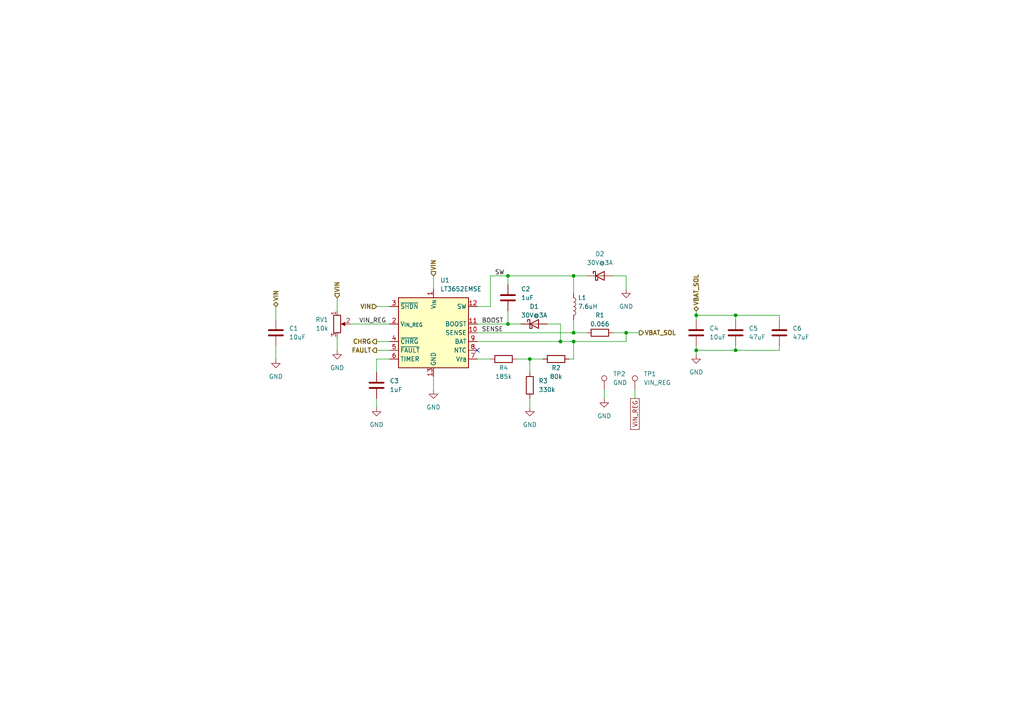
<source format=kicad_sch>
(kicad_sch (version 20230121) (generator eeschema)
  (paper "A4")
  (title_block (title "Solar Power Supply") (date "2023-09-19") (rev "1.2.0"))
  (lib_symbols
    (symbol "Battery_Management:LT3652EMSE"
      (property "Reference" "U" (at -8.382 11.43 0))
      (property "Value" "LT3652EMSE" (at 1.778 11.684 0))
      (symbol "LT3652EMSE_0_1"
        (rectangle (start -10.16 10.16) (end 10.16 -10.16) (stroke (width 0.254)) (fill (type background)))
      )
      (symbol "LT3652EMSE_1_1"
        (pin power_in line (at 0 12.7 270) (length 2.54) (name "V_{IN}") (number "1"))
        (pin input line (at 12.7 0 180) (length 2.54) (name "SENSE") (number "10"))
        (pin input line (at 12.7 2.54 180) (length 2.54) (name "BOOST") (number "11"))
        (pin output line (at 12.7 7.62 180) (length 2.54) (name "SW") (number "12"))
        (pin power_in line (at 0 -12.7 90) (length 2.54) (name "GND") (number "13"))
        (pin input line (at -12.7 2.54 0) (length 2.54) (name "V_{IN_REG}") (number "2"))
        (pin input line (at -12.7 7.62 0) (length 2.54) (name "~{SHDN}") (number "3"))
        (pin open_collector line (at -12.7 -2.54 0) (length 2.54) (name "~{CHRG}") (number "4"))
        (pin open_collector line (at -12.7 -5.08 0) (length 2.54) (name "~{FAULT}") (number "5"))
        (pin output line (at -12.7 -7.62 0) (length 2.54) (name "TIMER") (number "6"))
        (pin input line (at 12.7 -7.62 180) (length 2.54) (name "V_{FB}") (number "7"))
        (pin input line (at 12.7 -5.08 180) (length 2.54) (name "NTC") (number "8"))
        (pin output line (at 12.7 -2.54 180) (length 2.54) (name "BAT") (number "9"))
      )
    )
    (symbol "Connector:TestPoint" (pin_numbers hide) (pin_names (offset 0.762) hide)
      (property "Reference" "TP" (at 0 6.858 0))
      (property "Value" "TestPoint" (at 0 5.08 0))
      (symbol "TestPoint_0_1"
        (circle (center 0 3.302) (radius 0.762))
      )
      (symbol "TestPoint_1_1"
        (pin passive line (at 0 0 90) (length 2.54) (name "1") (number "1"))
      )
    )
    (symbol "Device:C" (pin_numbers hide) (pin_names (offset 0.254))
      (property "Reference" "C" (at 0.635 2.54 0))
      (property "Value" "C" (at 0.635 -2.54 0))
      (symbol "C_0_1"
        (polyline (pts (xy -2.032 -0.762) (xy 2.032 -0.762)) (stroke (width 0.508)))
        (polyline (pts (xy -2.032 0.762) (xy 2.032 0.762)) (stroke (width 0.508)))
      )
      (symbol "C_1_1"
        (pin passive line (at 0 3.81 270) (length 2.794) (name "~") (number "1"))
        (pin passive line (at 0 -3.81 90) (length 2.794) (name "~") (number "2"))
      )
    )
    (symbol "Device:D_Schottky" (pin_numbers hide) (pin_names (offset 1.016) hide)
      (property "Reference" "D" (at 0 2.54 0))
      (property "Value" "D_Schottky" (at 0 -2.54 0))
      (symbol "D_Schottky_0_1"
        (polyline (pts (xy 1.27 0) (xy -1.27 0)))
        (polyline (pts (xy 1.27 1.27) (xy 1.27 -1.27) (xy -1.27 0) (xy 1.27 1.27)) (stroke (width 0.254)))
        (polyline (pts (xy -1.905 0.635) (xy -1.905 1.27) (xy -1.27 1.27) (xy -1.27 -1.27) (xy -0.635 -1.27) (xy -0.635 -0.635)) (stroke (width 0.254)))
      )
      (symbol "D_Schottky_1_1"
        (pin passive line (at -3.81 0 0) (length 2.54) (name "K") (number "1"))
        (pin passive line (at 3.81 0 180) (length 2.54) (name "A") (number "2"))
      )
    )
    (symbol "Device:L" (pin_numbers hide) (pin_names (offset 1.016) hide)
      (property "Reference" "L" (at -1.27 0 90))
      (property "Value" "L" (at 1.905 0 90))
      (symbol "L_0_1"
        (arc (start 0 -2.54) (mid 0.6323 -1.905) (end 0 -1.27))
        (arc (start 0 -1.27) (mid 0.6323 -0.635) (end 0 0))
        (arc (start 0 0) (mid 0.6323 0.635) (end 0 1.27))
        (arc (start 0 1.27) (mid 0.6323 1.905) (end 0 2.54))
      )
      (symbol "L_1_1"
        (pin passive line (at 0 3.81 270) (length 1.27) (name "1") (number "1"))
        (pin passive line (at 0 -3.81 90) (length 1.27) (name "2") (number "2"))
      )
    )
    (symbol "Device:R" (pin_numbers hide) (pin_names (offset 0))
      (property "Reference" "R" (at 2.032 0 90))
      (property "Value" "R" (at 0 0 90))
      (symbol "R_0_1"
        (rectangle (start -1.016 -2.54) (end 1.016 2.54) (stroke (width 0.254)))
      )
      (symbol "R_1_1"
        (pin passive line (at 0 3.81 270) (length 1.27) (name "~") (number "1"))
        (pin passive line (at 0 -3.81 90) (length 1.27) (name "~") (number "2"))
      )
    )
    (symbol "Device:R_Potentiometer" (pin_names (offset 1.016) hide)
      (property "Reference" "RV" (at -4.445 0 90))
      (property "Value" "R_Potentiometer" (at -2.54 0 90))
      (symbol "R_Potentiometer_0_1"
        (polyline (pts (xy 2.54 0) (xy 1.524 0)))
        (polyline (pts (xy 1.143 0) (xy 2.286 0.508) (xy 2.286 -0.508) (xy 1.143 0)) (fill (type outline)))
        (rectangle (start 1.016 2.54) (end -1.016 -2.54) (stroke (width 0.254)))
      )
      (symbol "R_Potentiometer_1_1"
        (pin passive line (at 0 3.81 270) (length 1.27) (name "1") (number "1"))
        (pin passive line (at 3.81 0 180) (length 1.27) (name "2") (number "2"))
        (pin passive line (at 0 -3.81 90) (length 1.27) (name "3") (number "3"))
      )
    )
    (symbol "power:GND" (power) (pin_names (offset 0))
      (property "Value" "GND" (at 0 -3.81 0))
      (symbol "GND_0_1"
        (polyline (pts (xy 0 0) (xy 0 -1.27) (xy 1.27 -1.27) (xy 0 -2.54) (xy -1.27 -1.27) (xy 0 -1.27)))
      )
      (symbol "GND_1_1"
        (pin power_in line (at 0 0 270) (length 0) hide (name "GND") (number "1"))
      )
    )
  )
  (junction (at 166.37 80.01))
  (junction (at 166.37 99.06))
  (junction (at 162.56 99.06))
  (junction (at 166.37 96.52))
  (junction (at 213.36 91.44))
  (junction (at 213.36 101.6))
  (junction (at 147.32 80.01))
  (junction (at 147.32 93.98))
  (junction (at 153.67 104.14))
  (junction (at 181.61 96.52))
  (junction (at 201.93 101.6))
  (junction (at 201.93 91.44))
  (no_connect (at 138.43 101.6))
  (wire (pts (xy 97.79 86.36) (xy 97.79 90.17)))
  (wire (pts (xy 213.36 100.33) (xy 213.36 101.6)))
  (wire (pts (xy 226.06 92.71) (xy 226.06 91.44)))
  (wire (pts (xy 166.37 96.52) (xy 170.18 96.52)))
  (wire (pts (xy 175.26 113.03) (xy 175.26 115.57)))
  (wire (pts (xy 109.22 99.06) (xy 113.03 99.06)))
  (wire (pts (xy 147.32 90.17) (xy 147.32 93.98)))
  (wire (pts (xy 181.61 80.01) (xy 181.61 83.82)))
  (wire (pts (xy 147.32 80.01) (xy 166.37 80.01)))
  (wire (pts (xy 166.37 99.06) (xy 181.61 99.06)))
  (wire (pts (xy 138.43 88.9) (xy 142.24 88.9)))
  (wire (pts (xy 125.73 80.01) (xy 125.73 83.82)))
  (wire (pts (xy 113.03 104.14) (xy 109.22 104.14)))
  (wire (pts (xy 166.37 99.06) (xy 166.37 104.14)))
  (wire (pts (xy 226.06 101.6) (xy 213.36 101.6)))
  (wire (pts (xy 147.32 80.01) (xy 147.32 82.55)))
  (wire (pts (xy 201.93 101.6) (xy 213.36 101.6)))
  (wire (pts (xy 138.43 104.14) (xy 142.24 104.14)))
  (wire (pts (xy 138.43 93.98) (xy 147.32 93.98)))
  (wire (pts (xy 181.61 80.01) (xy 177.8 80.01)))
  (wire (pts (xy 158.75 93.98) (xy 162.56 93.98)))
  (wire (pts (xy 213.36 91.44) (xy 201.93 91.44)))
  (wire (pts (xy 101.6 93.98) (xy 113.03 93.98)))
  (wire (pts (xy 166.37 92.71) (xy 166.37 96.52)))
  (wire (pts (xy 213.36 92.71) (xy 213.36 91.44)))
  (wire (pts (xy 147.32 93.98) (xy 151.13 93.98)))
  (wire (pts (xy 149.86 104.14) (xy 153.67 104.14)))
  (wire (pts (xy 138.43 96.52) (xy 166.37 96.52)))
  (wire (pts (xy 201.93 91.44) (xy 201.93 92.71)))
  (wire (pts (xy 109.22 115.57) (xy 109.22 118.11)))
  (wire (pts (xy 153.67 104.14) (xy 157.48 104.14)))
  (wire (pts (xy 201.93 90.17) (xy 201.93 91.44)))
  (wire (pts (xy 166.37 80.01) (xy 170.18 80.01)))
  (wire (pts (xy 80.01 88.9) (xy 80.01 92.71)))
  (wire (pts (xy 201.93 101.6) (xy 201.93 102.87)))
  (wire (pts (xy 226.06 100.33) (xy 226.06 101.6)))
  (wire (pts (xy 177.8 96.52) (xy 181.61 96.52)))
  (wire (pts (xy 166.37 85.09) (xy 166.37 80.01)))
  (wire (pts (xy 80.01 100.33) (xy 80.01 104.14)))
  (wire (pts (xy 181.61 96.52) (xy 185.42 96.52)))
  (wire (pts (xy 153.67 104.14) (xy 153.67 107.95)))
  (wire (pts (xy 142.24 88.9) (xy 142.24 80.01)))
  (wire (pts (xy 184.15 113.03) (xy 184.15 115.57)))
  (wire (pts (xy 162.56 93.98) (xy 162.56 99.06)))
  (wire (pts (xy 113.03 88.9) (xy 109.22 88.9)))
  (wire (pts (xy 138.43 99.06) (xy 162.56 99.06)))
  (wire (pts (xy 153.67 115.57) (xy 153.67 118.11)))
  (wire (pts (xy 97.79 97.79) (xy 97.79 101.6)))
  (wire (pts (xy 125.73 109.22) (xy 125.73 113.03)))
  (wire (pts (xy 162.56 99.06) (xy 166.37 99.06)))
  (wire (pts (xy 109.22 104.14) (xy 109.22 107.95)))
  (wire (pts (xy 166.37 104.14) (xy 165.1 104.14)))
  (wire (pts (xy 142.24 80.01) (xy 147.32 80.01)))
  (wire (pts (xy 181.61 96.52) (xy 181.61 99.06)))
  (wire (pts (xy 213.36 91.44) (xy 226.06 91.44)))
  (wire (pts (xy 109.22 101.6) (xy 113.03 101.6)))
  (wire (pts (xy 201.93 100.33) (xy 201.93 101.6)))
  (label "SW" (at 143.51 80.01 0))
  (label "BOOST" (at 139.7 93.98 0))
  (label "SENSE" (at 139.7 96.52 0))
  (label "VIN_REG" (at 104.14 93.98 0))
  (global_label "VIN_REG" (shape passive) (at 184.15 115.57 270) (property "Intersheetrefs" "${INTERSHEET_REFS}" (effects hide)))
  (hierarchical_label "VIN" (shape input) (at 97.79 86.36 90) (effects (font bold)))
  (hierarchical_label "VBAT_SOL" (shape output) (at 185.42 96.52 0) (effects (font bold)))
  (hierarchical_label "FAULT" (shape output) (at 109.22 101.6 180) (effects (font bold)))
  (hierarchical_label "VIN" (shape input) (at 109.22 88.9 180) (effects (font bold)))
  (hierarchical_label "VIN" (shape input) (at 125.73 80.01 90) (effects (font bold)))
  (hierarchical_label "VBAT_SOL" (shape bidirectional) (at 201.93 90.17 90) (effects (font bold)))
  (hierarchical_label "VIN" (shape bidirectional) (at 80.01 88.9 90) (effects (font bold)))
  (hierarchical_label "CHRG" (shape output) (at 109.22 99.06 180) (effects (font bold)))
  (symbol (lib_id "power:GND") (at 109.22 118.11 0) (unit 1)
    (property "Reference" "#PWR09" (effects hide))
    (property "Value" "GND" (at 109.22 123.19 0))
    (instances (project "picoups" (path "" (reference "#PWR09") (unit 1)) (path "" (reference "#PWR043") (unit 1))))
  )
  (symbol (lib_id "Device:R") (at 146.05 104.14 90) (mirror x) (unit 1)
    (property "Reference" "R4" (at 146.05 106.68 90))
    (property "Value" "185k" (at 146.05 109.22 90))
    (property "Footprint" "Resistor_SMD:R_0805_2012Metric" (effects hide))
    (instances (project "picoups" (path "" (reference "R4") (unit 1)) (path "" (reference "R3") (unit 1))))
  )
  (symbol (lib_id "Device:C") (at 226.06 96.52 0) (unit 1)
    (property "Reference" "C6" (at 229.87 95.25 0) (effects (justify left)))
    (property "Value" "47uF" (at 229.87 97.79 0) (effects (justify left)))
    (property "Footprint" "Capacitor_SMD:C_1210_3225Metric" (effects hide))
    (instances (project "picoups" (path "" (reference "C6") (unit 1)) (path "" (reference "C4") (unit 1))))
  )
  (symbol (lib_id "power:GND") (at 80.01 104.14 0) (unit 1)
    (property "Reference" "#PWR02" (effects hide))
    (property "Value" "GND" (at 80.01 109.22 0))
    (instances (project "picoups" (path "" (reference "#PWR02") (unit 1)) (path "" (reference "#PWR049") (unit 1))))
  )
  (symbol (lib_id "Device:C") (at 80.01 96.52 0) (unit 1)
    (property "Reference" "C1" (at 83.82 95.25 0) (effects (justify left)))
    (property "Value" "10uF" (at 83.82 97.79 0) (effects (justify left)))
    (property "Footprint" "Capacitor_SMD:C_0805_2012Metric" (effects hide))
  )
  (symbol (lib_id "power:GND") (at 181.61 83.82 0) (unit 1)
    (property "Reference" "#PWR06" (effects hide))
    (property "Value" "GND" (at 181.61 88.9 0))
    (instances (project "picoups" (path "" (reference "#PWR06") (unit 1)) (path "" (reference "#PWR047") (unit 1))))
  )
  (symbol (lib_id "power:GND") (at 175.26 115.57 0) (unit 1)
    (property "Reference" "#PWR011" (effects hide))
    (property "Value" "GND" (at 175.26 120.65 0))
    (instances (project "picoups" (path "" (reference "#PWR011") (unit 1)) (path "" (reference "#PWR046") (unit 1))))
  )
  (symbol (lib_id "Device:L") (at 166.37 88.9 0) (unit 1)
    (property "Reference" "L1" (at 167.64 86.36 0) (effects (justify left)))
    (property "Value" "7.6uH" (at 167.64 88.9 0) (effects (justify left)))
    (property "Footprint" "Inductor_SMD:L_Bourns-SRN6028" (effects hide))
  )
  (symbol (lib_id "power:GND") (at 125.73 113.03 0) (unit 1)
    (property "Reference" "#PWR08" (effects hide))
    (property "Value" "GND" (at 125.73 118.11 0))
    (instances (project "picoups" (path "" (reference "#PWR08") (unit 1)) (path "" (reference "#PWR044") (unit 1))))
  )
  (symbol (lib_id "Device:C") (at 201.93 96.52 0) (unit 1)
    (property "Reference" "C4" (at 205.74 95.25 0) (effects (justify left)))
    (property "Value" "10uF" (at 205.74 97.79 0) (effects (justify left)))
    (property "Footprint" "Capacitor_SMD:C_0805_2012Metric" (effects hide))
    (instances (project "picoups" (path "" (reference "C4") (unit 1)) (path "" (reference "C2") (unit 1))))
  )
  (symbol (lib_id "Device:R") (at 161.29 104.14 90) (mirror x) (unit 1)
    (property "Reference" "R2" (at 161.29 106.68 90))
    (property "Value" "80k" (at 161.29 109.22 90))
    (property "Footprint" "Resistor_SMD:R_0805_2012Metric" (effects hide))
  )
  (symbol (lib_id "Device:R_Potentiometer") (at 97.79 93.98 0) (unit 1)
    (property "Reference" "RV1" (at 95.25 92.71 0) (effects (justify right)))
    (property "Value" "10k" (at 95.25 95.25 0) (effects (justify right)))
    (property "Footprint" "PicoUPS:Potentiometer_Bourns_3313J-1_Vertical" (effects hide))
  )
  (symbol (lib_id "Device:C") (at 147.32 86.36 0) (unit 1)
    (property "Reference" "C2" (at 151.13 83.82 0) (effects (justify left)))
    (property "Value" "1uF" (at 151.13 86.36 0) (effects (justify left)))
    (property "Footprint" "Capacitor_SMD:C_0805_2012Metric" (effects hide))
    (instances (project "picoups" (path "" (reference "C2") (unit 1)) (path "" (reference "C5") (unit 1))))
  )
  (symbol (lib_id "Battery_Management:LT3652EMSE") (at 125.73 96.52 0) (unit 1)
    (property "Reference" "U1" (at 127.6859 81.28 0) (effects (justify left)))
    (property "Value" "LT3652EMSE" (at 127.6859 83.82 0) (effects (justify left)))
    (property "Footprint" "Package_SO:MSOP-12-1EP_3x4mm_P0.65mm_EP1.65x2.85mm_ThermalVias" (effects hide))
    (property "Datasheet" "https://www.analog.com/media/en/technical-documentation/data-sheets/3652fe.pdf" (effects hide))
  )
  (symbol (lib_id "Device:D_Schottky") (at 154.94 93.98 0) (unit 1)
    (property "Reference" "D1" (at 154.94 88.9 0))
    (property "Value" "30V@3A" (at 154.94 91.44 0))
    (property "Footprint" "Diode_SMD:D_SOD-123F" (effects hide))
    (instances (project "picoups" (path "" (reference "D1") (unit 1)) (path "" (reference "D2") (unit 1))))
  )
  (symbol (lib_id "Device:R") (at 173.99 96.52 90) (unit 1)
    (property "Reference" "R1" (at 173.99 91.44 90))
    (property "Value" "0.066" (at 173.99 93.98 90))
    (property "Footprint" "Resistor_SMD:R_0805_2012Metric" (effects hide))
  )
  (symbol (lib_id "power:GND") (at 153.67 118.11 0) (unit 1)
    (property "Reference" "#PWR07" (effects hide))
    (property "Value" "GND" (at 153.67 123.19 0))
    (instances (project "picoups" (path "" (reference "#PWR07") (unit 1)) (path "" (reference "#PWR045") (unit 1))))
  )
  (symbol (lib_id "power:GND") (at 97.79 101.6 0) (unit 1)
    (property "Reference" "#PWR010" (effects hide))
    (property "Value" "GND" (at 97.79 106.68 0))
    (instances (project "picoups" (path "" (reference "#PWR010") (unit 1)) (path "" (reference "#PWR023") (unit 1))))
  )
  (symbol (lib_id "Device:C") (at 109.22 111.76 0) (unit 1)
    (property "Reference" "C3" (at 113.03 110.49 0) (effects (justify left)))
    (property "Value" "1uF" (at 113.03 113.03 0) (effects (justify left)))
    (property "Footprint" "Capacitor_SMD:C_0805_2012Metric" (effects hide))
    (instances (project "picoups" (path "" (reference "C3") (unit 1)) (path "" (reference "C6") (unit 1))))
  )
  (symbol (lib_id "Device:C") (at 213.36 96.52 0) (unit 1)
    (property "Reference" "C5" (at 217.17 95.25 0) (effects (justify left)))
    (property "Value" "47uF" (at 217.17 97.79 0) (effects (justify left)))
    (property "Footprint" "Capacitor_SMD:C_1210_3225Metric" (effects hide))
    (instances (project "picoups" (path "" (reference "C5") (unit 1)) (path "" (reference "C3") (unit 1))))
  )
  (symbol (lib_id "power:GND") (at 201.93 102.87 0) (unit 1)
    (property "Reference" "#PWR03" (effects hide))
    (property "Value" "GND" (at 201.93 107.95 0))
    (instances (project "picoups" (path "" (reference "#PWR03") (unit 1)) (path "" (reference "#PWR048") (unit 1))))
  )
  (symbol (lib_id "Connector:TestPoint") (at 184.15 113.03 0) (unit 1)
    (property "Reference" "TP1" (at 186.69 108.458 0) (effects (justify left)))
    (property "Value" "VIN_REG" (at 186.69 110.998 0) (effects (justify left)))
    (property "Footprint" "TestPoint:TestPoint_Pad_D2.0mm" (effects hide))
  )
  (symbol (lib_id "Device:D_Schottky") (at 173.99 80.01 0) (unit 1)
    (property "Reference" "D2" (at 173.99 73.66 0))
    (property "Value" "30V@3A" (at 173.99 76.2 0))
    (property "Footprint" "Diode_SMD:D_SOD-123F" (effects hide))
    (instances (project "picoups" (path "" (reference "D2") (unit 1)) (path "" (reference "D1") (unit 1))))
  )
  (symbol (lib_id "Device:R") (at 153.67 111.76 0) (unit 1)
    (property "Reference" "R3" (at 156.21 110.49 0) (effects (justify left)))
    (property "Value" "330k" (at 156.21 113.03 0) (effects (justify left)))
    (property "Footprint" "Resistor_SMD:R_0805_2012Metric" (effects hide))
    (instances (project "picoups" (path "" (reference "R3") (unit 1)) (path "" (reference "R4") (unit 1))))
  )
  (symbol (lib_id "Connector:TestPoint") (at 175.26 113.03 0) (unit 1)
    (property "Reference" "TP2" (at 177.8 108.458 0) (effects (justify left)))
    (property "Value" "GND" (at 177.8 110.998 0) (effects (justify left)))
    (property "Footprint" "TestPoint:TestPoint_Pad_D2.0mm" (effects hide))
  )
)
</source>
